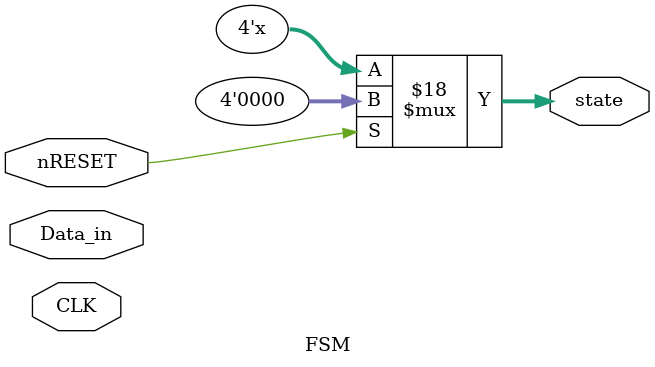
<source format=v>
module FSM(state, Data_in, nRESET, CLK);
 
    input[1:0] Data_in;
    input nRESET, CLK;
    output[3:0] state;
    
    wire[1:0] Data_in; // 0: straight, 1: left, 2: right, 3: stop
    wire nRESET, CLK;
    reg[3:0] state; // A,B,C,D

    parameter[1:0] A=2'h0, B=2'h1, C=2'h2, D=2'h3;

    always @(CLK) begin
        if(nRESET == 1'b1) state=A;
        else begin
            case(state)
                A: begin
                    if(Data_in == 2'b00) state = D;
                    else if(Data_in==2'b01) state = B;
                    else if(Data_in==2'b10) state = C;
                    else state=A;
                end
                B: begin
                    if(Data_in == 2'b00) state = C;
                    else if(Data_in==2'b01) state = D;
                    else if(Data_in==2'b10) state = A;
                    else state=B;
                end
                C: begin
                    if(Data_in == 2'b00) state = B;
                    else if(Data_in==2'b01) state = A;
                    else if(Data_in==2'b10) state = D;
                    else state=C;
                end
                D: begin
                    if(Data_in == 2'b00) state = A;
                    else if(Data_in==2'b01) state = C;
                    else if(Data_in==2'b10) state = B;
                    else state=D;
                end
            endcase
        end
    end
     
 endmodule

</source>
